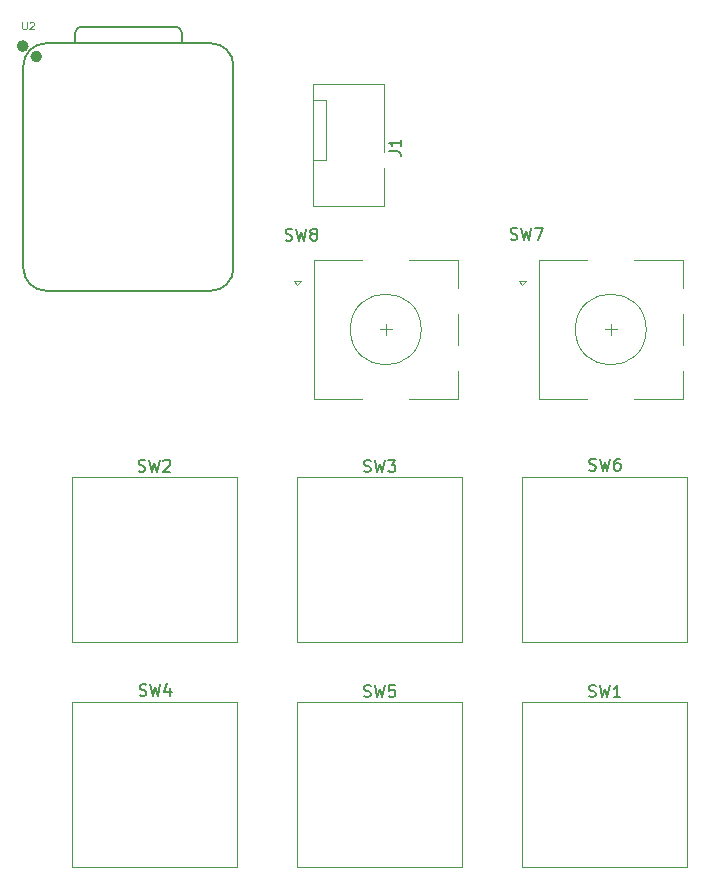
<source format=gto>
%TF.GenerationSoftware,KiCad,Pcbnew,9.0.6*%
%TF.CreationDate,2025-12-04T23:37:52+05:30*%
%TF.ProjectId,MacroPad,4d616372-6f50-4616-942e-6b696361645f,rev?*%
%TF.SameCoordinates,Original*%
%TF.FileFunction,Legend,Top*%
%TF.FilePolarity,Positive*%
%FSLAX46Y46*%
G04 Gerber Fmt 4.6, Leading zero omitted, Abs format (unit mm)*
G04 Created by KiCad (PCBNEW 9.0.6) date 2025-12-04 23:37:52*
%MOMM*%
%LPD*%
G01*
G04 APERTURE LIST*
%ADD10C,0.150000*%
%ADD11C,0.101600*%
%ADD12C,0.120000*%
%ADD13C,0.127000*%
%ADD14C,0.100000*%
%ADD15C,0.504000*%
G04 APERTURE END LIST*
D10*
X139756667Y-106803200D02*
X139899524Y-106850819D01*
X139899524Y-106850819D02*
X140137619Y-106850819D01*
X140137619Y-106850819D02*
X140232857Y-106803200D01*
X140232857Y-106803200D02*
X140280476Y-106755580D01*
X140280476Y-106755580D02*
X140328095Y-106660342D01*
X140328095Y-106660342D02*
X140328095Y-106565104D01*
X140328095Y-106565104D02*
X140280476Y-106469866D01*
X140280476Y-106469866D02*
X140232857Y-106422247D01*
X140232857Y-106422247D02*
X140137619Y-106374628D01*
X140137619Y-106374628D02*
X139947143Y-106327009D01*
X139947143Y-106327009D02*
X139851905Y-106279390D01*
X139851905Y-106279390D02*
X139804286Y-106231771D01*
X139804286Y-106231771D02*
X139756667Y-106136533D01*
X139756667Y-106136533D02*
X139756667Y-106041295D01*
X139756667Y-106041295D02*
X139804286Y-105946057D01*
X139804286Y-105946057D02*
X139851905Y-105898438D01*
X139851905Y-105898438D02*
X139947143Y-105850819D01*
X139947143Y-105850819D02*
X140185238Y-105850819D01*
X140185238Y-105850819D02*
X140328095Y-105898438D01*
X140661429Y-105850819D02*
X140899524Y-106850819D01*
X140899524Y-106850819D02*
X141090000Y-106136533D01*
X141090000Y-106136533D02*
X141280476Y-106850819D01*
X141280476Y-106850819D02*
X141518572Y-105850819D01*
X142375714Y-105850819D02*
X141899524Y-105850819D01*
X141899524Y-105850819D02*
X141851905Y-106327009D01*
X141851905Y-106327009D02*
X141899524Y-106279390D01*
X141899524Y-106279390D02*
X141994762Y-106231771D01*
X141994762Y-106231771D02*
X142232857Y-106231771D01*
X142232857Y-106231771D02*
X142328095Y-106279390D01*
X142328095Y-106279390D02*
X142375714Y-106327009D01*
X142375714Y-106327009D02*
X142423333Y-106422247D01*
X142423333Y-106422247D02*
X142423333Y-106660342D01*
X142423333Y-106660342D02*
X142375714Y-106755580D01*
X142375714Y-106755580D02*
X142328095Y-106803200D01*
X142328095Y-106803200D02*
X142232857Y-106850819D01*
X142232857Y-106850819D02*
X141994762Y-106850819D01*
X141994762Y-106850819D02*
X141899524Y-106803200D01*
X141899524Y-106803200D02*
X141851905Y-106755580D01*
X133127917Y-68159700D02*
X133270774Y-68207319D01*
X133270774Y-68207319D02*
X133508869Y-68207319D01*
X133508869Y-68207319D02*
X133604107Y-68159700D01*
X133604107Y-68159700D02*
X133651726Y-68112080D01*
X133651726Y-68112080D02*
X133699345Y-68016842D01*
X133699345Y-68016842D02*
X133699345Y-67921604D01*
X133699345Y-67921604D02*
X133651726Y-67826366D01*
X133651726Y-67826366D02*
X133604107Y-67778747D01*
X133604107Y-67778747D02*
X133508869Y-67731128D01*
X133508869Y-67731128D02*
X133318393Y-67683509D01*
X133318393Y-67683509D02*
X133223155Y-67635890D01*
X133223155Y-67635890D02*
X133175536Y-67588271D01*
X133175536Y-67588271D02*
X133127917Y-67493033D01*
X133127917Y-67493033D02*
X133127917Y-67397795D01*
X133127917Y-67397795D02*
X133175536Y-67302557D01*
X133175536Y-67302557D02*
X133223155Y-67254938D01*
X133223155Y-67254938D02*
X133318393Y-67207319D01*
X133318393Y-67207319D02*
X133556488Y-67207319D01*
X133556488Y-67207319D02*
X133699345Y-67254938D01*
X134032679Y-67207319D02*
X134270774Y-68207319D01*
X134270774Y-68207319D02*
X134461250Y-67493033D01*
X134461250Y-67493033D02*
X134651726Y-68207319D01*
X134651726Y-68207319D02*
X134889822Y-67207319D01*
X135413631Y-67635890D02*
X135318393Y-67588271D01*
X135318393Y-67588271D02*
X135270774Y-67540652D01*
X135270774Y-67540652D02*
X135223155Y-67445414D01*
X135223155Y-67445414D02*
X135223155Y-67397795D01*
X135223155Y-67397795D02*
X135270774Y-67302557D01*
X135270774Y-67302557D02*
X135318393Y-67254938D01*
X135318393Y-67254938D02*
X135413631Y-67207319D01*
X135413631Y-67207319D02*
X135604107Y-67207319D01*
X135604107Y-67207319D02*
X135699345Y-67254938D01*
X135699345Y-67254938D02*
X135746964Y-67302557D01*
X135746964Y-67302557D02*
X135794583Y-67397795D01*
X135794583Y-67397795D02*
X135794583Y-67445414D01*
X135794583Y-67445414D02*
X135746964Y-67540652D01*
X135746964Y-67540652D02*
X135699345Y-67588271D01*
X135699345Y-67588271D02*
X135604107Y-67635890D01*
X135604107Y-67635890D02*
X135413631Y-67635890D01*
X135413631Y-67635890D02*
X135318393Y-67683509D01*
X135318393Y-67683509D02*
X135270774Y-67731128D01*
X135270774Y-67731128D02*
X135223155Y-67826366D01*
X135223155Y-67826366D02*
X135223155Y-68016842D01*
X135223155Y-68016842D02*
X135270774Y-68112080D01*
X135270774Y-68112080D02*
X135318393Y-68159700D01*
X135318393Y-68159700D02*
X135413631Y-68207319D01*
X135413631Y-68207319D02*
X135604107Y-68207319D01*
X135604107Y-68207319D02*
X135699345Y-68159700D01*
X135699345Y-68159700D02*
X135746964Y-68112080D01*
X135746964Y-68112080D02*
X135794583Y-68016842D01*
X135794583Y-68016842D02*
X135794583Y-67826366D01*
X135794583Y-67826366D02*
X135746964Y-67731128D01*
X135746964Y-67731128D02*
X135699345Y-67683509D01*
X135699345Y-67683509D02*
X135604107Y-67635890D01*
X141872319Y-60659583D02*
X142586604Y-60659583D01*
X142586604Y-60659583D02*
X142729461Y-60707202D01*
X142729461Y-60707202D02*
X142824700Y-60802440D01*
X142824700Y-60802440D02*
X142872319Y-60945297D01*
X142872319Y-60945297D02*
X142872319Y-61040535D01*
X142872319Y-59659583D02*
X142872319Y-60231011D01*
X142872319Y-59945297D02*
X141872319Y-59945297D01*
X141872319Y-59945297D02*
X142015176Y-60040535D01*
X142015176Y-60040535D02*
X142110414Y-60135773D01*
X142110414Y-60135773D02*
X142158033Y-60231011D01*
X120768870Y-106705701D02*
X120911727Y-106753320D01*
X120911727Y-106753320D02*
X121149822Y-106753320D01*
X121149822Y-106753320D02*
X121245060Y-106705701D01*
X121245060Y-106705701D02*
X121292679Y-106658081D01*
X121292679Y-106658081D02*
X121340298Y-106562843D01*
X121340298Y-106562843D02*
X121340298Y-106467605D01*
X121340298Y-106467605D02*
X121292679Y-106372367D01*
X121292679Y-106372367D02*
X121245060Y-106324748D01*
X121245060Y-106324748D02*
X121149822Y-106277129D01*
X121149822Y-106277129D02*
X120959346Y-106229510D01*
X120959346Y-106229510D02*
X120864108Y-106181891D01*
X120864108Y-106181891D02*
X120816489Y-106134272D01*
X120816489Y-106134272D02*
X120768870Y-106039034D01*
X120768870Y-106039034D02*
X120768870Y-105943796D01*
X120768870Y-105943796D02*
X120816489Y-105848558D01*
X120816489Y-105848558D02*
X120864108Y-105800939D01*
X120864108Y-105800939D02*
X120959346Y-105753320D01*
X120959346Y-105753320D02*
X121197441Y-105753320D01*
X121197441Y-105753320D02*
X121340298Y-105800939D01*
X121673632Y-105753320D02*
X121911727Y-106753320D01*
X121911727Y-106753320D02*
X122102203Y-106039034D01*
X122102203Y-106039034D02*
X122292679Y-106753320D01*
X122292679Y-106753320D02*
X122530775Y-105753320D01*
X123340298Y-106086653D02*
X123340298Y-106753320D01*
X123102203Y-105705701D02*
X122864108Y-106419986D01*
X122864108Y-106419986D02*
X123483155Y-106419986D01*
X139756667Y-87753200D02*
X139899524Y-87800819D01*
X139899524Y-87800819D02*
X140137619Y-87800819D01*
X140137619Y-87800819D02*
X140232857Y-87753200D01*
X140232857Y-87753200D02*
X140280476Y-87705580D01*
X140280476Y-87705580D02*
X140328095Y-87610342D01*
X140328095Y-87610342D02*
X140328095Y-87515104D01*
X140328095Y-87515104D02*
X140280476Y-87419866D01*
X140280476Y-87419866D02*
X140232857Y-87372247D01*
X140232857Y-87372247D02*
X140137619Y-87324628D01*
X140137619Y-87324628D02*
X139947143Y-87277009D01*
X139947143Y-87277009D02*
X139851905Y-87229390D01*
X139851905Y-87229390D02*
X139804286Y-87181771D01*
X139804286Y-87181771D02*
X139756667Y-87086533D01*
X139756667Y-87086533D02*
X139756667Y-86991295D01*
X139756667Y-86991295D02*
X139804286Y-86896057D01*
X139804286Y-86896057D02*
X139851905Y-86848438D01*
X139851905Y-86848438D02*
X139947143Y-86800819D01*
X139947143Y-86800819D02*
X140185238Y-86800819D01*
X140185238Y-86800819D02*
X140328095Y-86848438D01*
X140661429Y-86800819D02*
X140899524Y-87800819D01*
X140899524Y-87800819D02*
X141090000Y-87086533D01*
X141090000Y-87086533D02*
X141280476Y-87800819D01*
X141280476Y-87800819D02*
X141518572Y-86800819D01*
X141804286Y-86800819D02*
X142423333Y-86800819D01*
X142423333Y-86800819D02*
X142090000Y-87181771D01*
X142090000Y-87181771D02*
X142232857Y-87181771D01*
X142232857Y-87181771D02*
X142328095Y-87229390D01*
X142328095Y-87229390D02*
X142375714Y-87277009D01*
X142375714Y-87277009D02*
X142423333Y-87372247D01*
X142423333Y-87372247D02*
X142423333Y-87610342D01*
X142423333Y-87610342D02*
X142375714Y-87705580D01*
X142375714Y-87705580D02*
X142328095Y-87753200D01*
X142328095Y-87753200D02*
X142232857Y-87800819D01*
X142232857Y-87800819D02*
X141947143Y-87800819D01*
X141947143Y-87800819D02*
X141851905Y-87753200D01*
X141851905Y-87753200D02*
X141804286Y-87705580D01*
X158825701Y-87628951D02*
X158968558Y-87676570D01*
X158968558Y-87676570D02*
X159206653Y-87676570D01*
X159206653Y-87676570D02*
X159301891Y-87628951D01*
X159301891Y-87628951D02*
X159349510Y-87581331D01*
X159349510Y-87581331D02*
X159397129Y-87486093D01*
X159397129Y-87486093D02*
X159397129Y-87390855D01*
X159397129Y-87390855D02*
X159349510Y-87295617D01*
X159349510Y-87295617D02*
X159301891Y-87247998D01*
X159301891Y-87247998D02*
X159206653Y-87200379D01*
X159206653Y-87200379D02*
X159016177Y-87152760D01*
X159016177Y-87152760D02*
X158920939Y-87105141D01*
X158920939Y-87105141D02*
X158873320Y-87057522D01*
X158873320Y-87057522D02*
X158825701Y-86962284D01*
X158825701Y-86962284D02*
X158825701Y-86867046D01*
X158825701Y-86867046D02*
X158873320Y-86771808D01*
X158873320Y-86771808D02*
X158920939Y-86724189D01*
X158920939Y-86724189D02*
X159016177Y-86676570D01*
X159016177Y-86676570D02*
X159254272Y-86676570D01*
X159254272Y-86676570D02*
X159397129Y-86724189D01*
X159730463Y-86676570D02*
X159968558Y-87676570D01*
X159968558Y-87676570D02*
X160159034Y-86962284D01*
X160159034Y-86962284D02*
X160349510Y-87676570D01*
X160349510Y-87676570D02*
X160587606Y-86676570D01*
X161397129Y-86676570D02*
X161206653Y-86676570D01*
X161206653Y-86676570D02*
X161111415Y-86724189D01*
X161111415Y-86724189D02*
X161063796Y-86771808D01*
X161063796Y-86771808D02*
X160968558Y-86914665D01*
X160968558Y-86914665D02*
X160920939Y-87105141D01*
X160920939Y-87105141D02*
X160920939Y-87486093D01*
X160920939Y-87486093D02*
X160968558Y-87581331D01*
X160968558Y-87581331D02*
X161016177Y-87628951D01*
X161016177Y-87628951D02*
X161111415Y-87676570D01*
X161111415Y-87676570D02*
X161301891Y-87676570D01*
X161301891Y-87676570D02*
X161397129Y-87628951D01*
X161397129Y-87628951D02*
X161444748Y-87581331D01*
X161444748Y-87581331D02*
X161492367Y-87486093D01*
X161492367Y-87486093D02*
X161492367Y-87247998D01*
X161492367Y-87247998D02*
X161444748Y-87152760D01*
X161444748Y-87152760D02*
X161397129Y-87105141D01*
X161397129Y-87105141D02*
X161301891Y-87057522D01*
X161301891Y-87057522D02*
X161111415Y-87057522D01*
X161111415Y-87057522D02*
X161016177Y-87105141D01*
X161016177Y-87105141D02*
X160968558Y-87152760D01*
X160968558Y-87152760D02*
X160920939Y-87247998D01*
X158806667Y-106803200D02*
X158949524Y-106850819D01*
X158949524Y-106850819D02*
X159187619Y-106850819D01*
X159187619Y-106850819D02*
X159282857Y-106803200D01*
X159282857Y-106803200D02*
X159330476Y-106755580D01*
X159330476Y-106755580D02*
X159378095Y-106660342D01*
X159378095Y-106660342D02*
X159378095Y-106565104D01*
X159378095Y-106565104D02*
X159330476Y-106469866D01*
X159330476Y-106469866D02*
X159282857Y-106422247D01*
X159282857Y-106422247D02*
X159187619Y-106374628D01*
X159187619Y-106374628D02*
X158997143Y-106327009D01*
X158997143Y-106327009D02*
X158901905Y-106279390D01*
X158901905Y-106279390D02*
X158854286Y-106231771D01*
X158854286Y-106231771D02*
X158806667Y-106136533D01*
X158806667Y-106136533D02*
X158806667Y-106041295D01*
X158806667Y-106041295D02*
X158854286Y-105946057D01*
X158854286Y-105946057D02*
X158901905Y-105898438D01*
X158901905Y-105898438D02*
X158997143Y-105850819D01*
X158997143Y-105850819D02*
X159235238Y-105850819D01*
X159235238Y-105850819D02*
X159378095Y-105898438D01*
X159711429Y-105850819D02*
X159949524Y-106850819D01*
X159949524Y-106850819D02*
X160140000Y-106136533D01*
X160140000Y-106136533D02*
X160330476Y-106850819D01*
X160330476Y-106850819D02*
X160568572Y-105850819D01*
X161473333Y-106850819D02*
X160901905Y-106850819D01*
X161187619Y-106850819D02*
X161187619Y-105850819D01*
X161187619Y-105850819D02*
X161092381Y-105993676D01*
X161092381Y-105993676D02*
X160997143Y-106088914D01*
X160997143Y-106088914D02*
X160901905Y-106136533D01*
D11*
X110833690Y-49694729D02*
X110833690Y-50208776D01*
X110833690Y-50208776D02*
X110863928Y-50269252D01*
X110863928Y-50269252D02*
X110894166Y-50299491D01*
X110894166Y-50299491D02*
X110954642Y-50329729D01*
X110954642Y-50329729D02*
X111075595Y-50329729D01*
X111075595Y-50329729D02*
X111136071Y-50299491D01*
X111136071Y-50299491D02*
X111166309Y-50269252D01*
X111166309Y-50269252D02*
X111196547Y-50208776D01*
X111196547Y-50208776D02*
X111196547Y-49694729D01*
X111468690Y-49755205D02*
X111498928Y-49724967D01*
X111498928Y-49724967D02*
X111559404Y-49694729D01*
X111559404Y-49694729D02*
X111710595Y-49694729D01*
X111710595Y-49694729D02*
X111771071Y-49724967D01*
X111771071Y-49724967D02*
X111801309Y-49755205D01*
X111801309Y-49755205D02*
X111831547Y-49815681D01*
X111831547Y-49815681D02*
X111831547Y-49876157D01*
X111831547Y-49876157D02*
X111801309Y-49966871D01*
X111801309Y-49966871D02*
X111438452Y-50329729D01*
X111438452Y-50329729D02*
X111831547Y-50329729D01*
D10*
X120684903Y-87719269D02*
X120827760Y-87766888D01*
X120827760Y-87766888D02*
X121065855Y-87766888D01*
X121065855Y-87766888D02*
X121161093Y-87719269D01*
X121161093Y-87719269D02*
X121208712Y-87671649D01*
X121208712Y-87671649D02*
X121256331Y-87576411D01*
X121256331Y-87576411D02*
X121256331Y-87481173D01*
X121256331Y-87481173D02*
X121208712Y-87385935D01*
X121208712Y-87385935D02*
X121161093Y-87338316D01*
X121161093Y-87338316D02*
X121065855Y-87290697D01*
X121065855Y-87290697D02*
X120875379Y-87243078D01*
X120875379Y-87243078D02*
X120780141Y-87195459D01*
X120780141Y-87195459D02*
X120732522Y-87147840D01*
X120732522Y-87147840D02*
X120684903Y-87052602D01*
X120684903Y-87052602D02*
X120684903Y-86957364D01*
X120684903Y-86957364D02*
X120732522Y-86862126D01*
X120732522Y-86862126D02*
X120780141Y-86814507D01*
X120780141Y-86814507D02*
X120875379Y-86766888D01*
X120875379Y-86766888D02*
X121113474Y-86766888D01*
X121113474Y-86766888D02*
X121256331Y-86814507D01*
X121589665Y-86766888D02*
X121827760Y-87766888D01*
X121827760Y-87766888D02*
X122018236Y-87052602D01*
X122018236Y-87052602D02*
X122208712Y-87766888D01*
X122208712Y-87766888D02*
X122446808Y-86766888D01*
X122780141Y-86862126D02*
X122827760Y-86814507D01*
X122827760Y-86814507D02*
X122922998Y-86766888D01*
X122922998Y-86766888D02*
X123161093Y-86766888D01*
X123161093Y-86766888D02*
X123256331Y-86814507D01*
X123256331Y-86814507D02*
X123303950Y-86862126D01*
X123303950Y-86862126D02*
X123351569Y-86957364D01*
X123351569Y-86957364D02*
X123351569Y-87052602D01*
X123351569Y-87052602D02*
X123303950Y-87195459D01*
X123303950Y-87195459D02*
X122732522Y-87766888D01*
X122732522Y-87766888D02*
X123351569Y-87766888D01*
X152177917Y-68087950D02*
X152320774Y-68135569D01*
X152320774Y-68135569D02*
X152558869Y-68135569D01*
X152558869Y-68135569D02*
X152654107Y-68087950D01*
X152654107Y-68087950D02*
X152701726Y-68040330D01*
X152701726Y-68040330D02*
X152749345Y-67945092D01*
X152749345Y-67945092D02*
X152749345Y-67849854D01*
X152749345Y-67849854D02*
X152701726Y-67754616D01*
X152701726Y-67754616D02*
X152654107Y-67706997D01*
X152654107Y-67706997D02*
X152558869Y-67659378D01*
X152558869Y-67659378D02*
X152368393Y-67611759D01*
X152368393Y-67611759D02*
X152273155Y-67564140D01*
X152273155Y-67564140D02*
X152225536Y-67516521D01*
X152225536Y-67516521D02*
X152177917Y-67421283D01*
X152177917Y-67421283D02*
X152177917Y-67326045D01*
X152177917Y-67326045D02*
X152225536Y-67230807D01*
X152225536Y-67230807D02*
X152273155Y-67183188D01*
X152273155Y-67183188D02*
X152368393Y-67135569D01*
X152368393Y-67135569D02*
X152606488Y-67135569D01*
X152606488Y-67135569D02*
X152749345Y-67183188D01*
X153082679Y-67135569D02*
X153320774Y-68135569D01*
X153320774Y-68135569D02*
X153511250Y-67421283D01*
X153511250Y-67421283D02*
X153701726Y-68135569D01*
X153701726Y-68135569D02*
X153939822Y-67135569D01*
X154225536Y-67135569D02*
X154892202Y-67135569D01*
X154892202Y-67135569D02*
X154463631Y-68135569D01*
D12*
%TO.C,SW5*%
X134105000Y-107285000D02*
X148075000Y-107285000D01*
X134105000Y-121255000D02*
X134105000Y-107285000D01*
X148075000Y-107285000D02*
X148075000Y-121255000D01*
X148075000Y-121255000D02*
X134105000Y-121255000D01*
%TO.C,SW8*%
X133805000Y-71633750D02*
X134405000Y-71633750D01*
X134105000Y-71933750D02*
X133805000Y-71633750D01*
X134405000Y-71633750D02*
X134105000Y-71933750D01*
X135505000Y-69833750D02*
X135505000Y-81633750D01*
X139605000Y-69833750D02*
X135505000Y-69833750D01*
X139605000Y-81633750D02*
X135505000Y-81633750D01*
X141105000Y-75733750D02*
X142105000Y-75733750D01*
X141605000Y-75233750D02*
X141605000Y-76233750D01*
X143605000Y-69833750D02*
X147705000Y-69833750D01*
X147705000Y-69833750D02*
X147705000Y-72233750D01*
X147705000Y-74433750D02*
X147705000Y-77033750D01*
X147705000Y-79233750D02*
X147705000Y-81633750D01*
X147705000Y-81633750D02*
X143605000Y-81633750D01*
X144605000Y-75733750D02*
G75*
G02*
X138605000Y-75733750I-3000000J0D01*
G01*
X138605000Y-75733750D02*
G75*
G02*
X144605000Y-75733750I3000000J0D01*
G01*
%TO.C,J1*%
X135467500Y-54976250D02*
X141467500Y-54976250D01*
X135467500Y-65276250D02*
X135467500Y-54976250D01*
X135567500Y-56326250D02*
X136577500Y-56326250D01*
X136577500Y-56326250D02*
X136577500Y-61406250D01*
X136577500Y-61406250D02*
X135567500Y-61406250D01*
X141417500Y-62076250D02*
X141417500Y-65276250D01*
X141417500Y-65276250D02*
X135467500Y-65276250D01*
X141467500Y-54976250D02*
X141467500Y-60726250D01*
%TO.C,SW4*%
X115055000Y-107285000D02*
X129025000Y-107285000D01*
X115055000Y-121255000D02*
X115055000Y-107285000D01*
X129025000Y-107285000D02*
X129025000Y-121255000D01*
X129025000Y-121255000D02*
X115055000Y-121255000D01*
%TO.C,SW3*%
X134105000Y-88235000D02*
X148075000Y-88235000D01*
X134105000Y-102205000D02*
X134105000Y-88235000D01*
X148075000Y-88235000D02*
X148075000Y-102205000D01*
X148075000Y-102205000D02*
X134105000Y-102205000D01*
%TO.C,SW6*%
X153155000Y-88235000D02*
X167125000Y-88235000D01*
X153155000Y-102205000D02*
X153155000Y-88235000D01*
X167125000Y-88235000D02*
X167125000Y-102205000D01*
X167125000Y-102205000D02*
X153155000Y-102205000D01*
%TO.C,SW1*%
X153155000Y-107285000D02*
X167125000Y-107285000D01*
X153155000Y-121255000D02*
X153155000Y-107285000D01*
X167125000Y-107285000D02*
X167125000Y-121255000D01*
X167125000Y-121255000D02*
X153155000Y-121255000D01*
D13*
%TO.C,U2*%
X110927500Y-70550250D02*
X110927500Y-53405250D01*
X112832500Y-72455250D02*
X126802500Y-72455250D01*
X115322500Y-51500250D02*
X115326228Y-50589978D01*
X115826228Y-50090250D02*
X123821500Y-50090250D01*
X124321500Y-50590250D02*
X124321500Y-51500250D01*
D14*
X126802500Y-51500250D02*
X112832500Y-51500250D01*
D13*
X126802500Y-51500250D02*
X112832500Y-51500250D01*
X128707500Y-70550250D02*
X128707500Y-53405250D01*
X110927500Y-53405250D02*
G75*
G02*
X112832500Y-51500250I1905001J-1D01*
G01*
X112832500Y-72455250D02*
G75*
G02*
X110927500Y-70550250I1J1905001D01*
G01*
X115326228Y-50589978D02*
G75*
G02*
X115826228Y-50090251I500018J-291D01*
G01*
X123821500Y-50090250D02*
G75*
G02*
X124321500Y-50590250I0J-500000D01*
G01*
X126802500Y-51500250D02*
G75*
G02*
X128707500Y-53405250I0J-1905000D01*
G01*
X128707500Y-70550250D02*
G75*
G02*
X126802500Y-72455250I-1905000J0D01*
G01*
D15*
X111119500Y-51741250D02*
G75*
G02*
X110615500Y-51741250I-252000J0D01*
G01*
X110615500Y-51741250D02*
G75*
G02*
X111119500Y-51741250I252000J0D01*
G01*
X112262500Y-52621250D02*
G75*
G02*
X111758500Y-52621250I-252000J0D01*
G01*
X111758500Y-52621250D02*
G75*
G02*
X112262500Y-52621250I252000J0D01*
G01*
D12*
%TO.C,SW2*%
X115055000Y-88235000D02*
X129025000Y-88235000D01*
X115055000Y-102205000D02*
X115055000Y-88235000D01*
X129025000Y-88235000D02*
X129025000Y-102205000D01*
X129025000Y-102205000D02*
X115055000Y-102205000D01*
%TO.C,SW7*%
X152855000Y-71633750D02*
X153455000Y-71633750D01*
X153155000Y-71933750D02*
X152855000Y-71633750D01*
X153455000Y-71633750D02*
X153155000Y-71933750D01*
X154555000Y-69833750D02*
X154555000Y-81633750D01*
X158655000Y-69833750D02*
X154555000Y-69833750D01*
X158655000Y-81633750D02*
X154555000Y-81633750D01*
X160155000Y-75733750D02*
X161155000Y-75733750D01*
X160655000Y-75233750D02*
X160655000Y-76233750D01*
X162655000Y-69833750D02*
X166755000Y-69833750D01*
X166755000Y-69833750D02*
X166755000Y-72233750D01*
X166755000Y-74433750D02*
X166755000Y-77033750D01*
X166755000Y-79233750D02*
X166755000Y-81633750D01*
X166755000Y-81633750D02*
X162655000Y-81633750D01*
X163655000Y-75733750D02*
G75*
G02*
X157655000Y-75733750I-3000000J0D01*
G01*
X157655000Y-75733750D02*
G75*
G02*
X163655000Y-75733750I3000000J0D01*
G01*
%TD*%
M02*

</source>
